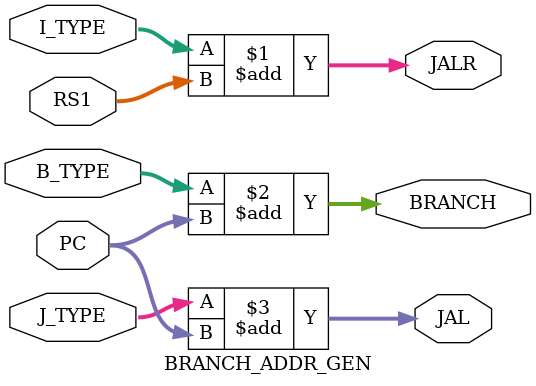
<source format=sv>
`timescale 1ns / 1ps

module BRANCH_ADDR_GEN (
    input [31:0] PC, RS1, I_TYPE, J_TYPE, B_TYPE,
    output logic [31:0] JALR, BRANCH, JAL
    );

    assign JALR = ( I_TYPE + RS1 );
    assign BRANCH = ( B_TYPE + PC );
    assign JAL = ( J_TYPE + PC );

endmodule

// End of File //
</source>
